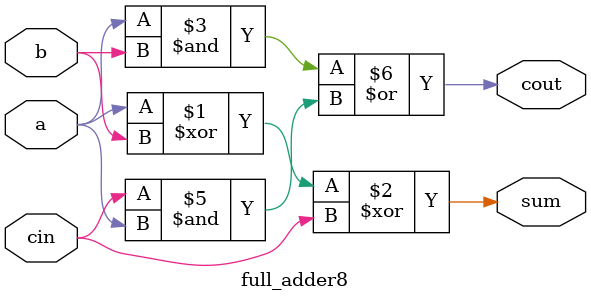
<source format=v>
module full_adder8(a,b,cin,sum,cout);
input a,b,cin;
output sum,cout;
assign sum = a^b^cin;
assign cout = a&b|cin&(a|1'b0); 
// initial begin
//     $display("The incorrect adder with or0 having in2/0");
// end   
endmodule
</source>
